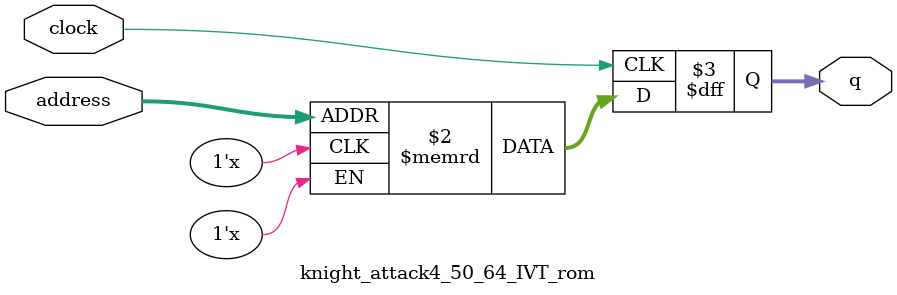
<source format=sv>
module knight_attack4_50_64_IVT_rom (
	input logic clock,
	input logic [11:0] address,
	output logic [2:0] q
);

logic [2:0] memory [0:3199] /* synthesis ram_init_file = "./knight_attack4_50_64_IVT/knight_attack4_50_64_IVT.mif" */;

always_ff @ (posedge clock) begin
	q <= memory[address];
end

endmodule

</source>
